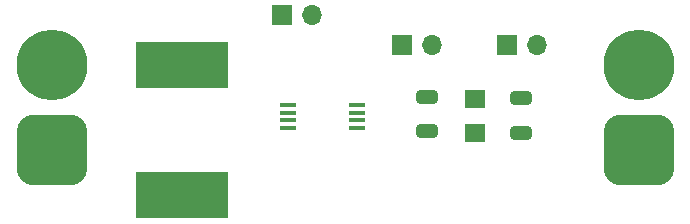
<source format=gts>
%TF.GenerationSoftware,KiCad,Pcbnew,7.0.2*%
%TF.CreationDate,2023-08-24T13:31:51-07:00*%
%TF.ProjectId,Current Sense Standalone,43757272-656e-4742-9053-656e73652053,rev?*%
%TF.SameCoordinates,Original*%
%TF.FileFunction,Soldermask,Top*%
%TF.FilePolarity,Negative*%
%FSLAX46Y46*%
G04 Gerber Fmt 4.6, Leading zero omitted, Abs format (unit mm)*
G04 Created by KiCad (PCBNEW 7.0.2) date 2023-08-24 13:31:51*
%MOMM*%
%LPD*%
G01*
G04 APERTURE LIST*
G04 Aperture macros list*
%AMRoundRect*
0 Rectangle with rounded corners*
0 $1 Rounding radius*
0 $2 $3 $4 $5 $6 $7 $8 $9 X,Y pos of 4 corners*
0 Add a 4 corners polygon primitive as box body*
4,1,4,$2,$3,$4,$5,$6,$7,$8,$9,$2,$3,0*
0 Add four circle primitives for the rounded corners*
1,1,$1+$1,$2,$3*
1,1,$1+$1,$4,$5*
1,1,$1+$1,$6,$7*
1,1,$1+$1,$8,$9*
0 Add four rect primitives between the rounded corners*
20,1,$1+$1,$2,$3,$4,$5,0*
20,1,$1+$1,$4,$5,$6,$7,0*
20,1,$1+$1,$6,$7,$8,$9,0*
20,1,$1+$1,$8,$9,$2,$3,0*%
G04 Aperture macros list end*
%ADD10C,6.000000*%
%ADD11RoundRect,1.500000X1.500000X-1.500000X1.500000X1.500000X-1.500000X1.500000X-1.500000X-1.500000X0*%
%ADD12RoundRect,0.250000X-0.650000X0.325000X-0.650000X-0.325000X0.650000X-0.325000X0.650000X0.325000X0*%
%ADD13R,1.800000X1.600000*%
%ADD14R,7.800000X4.000000*%
%ADD15O,1.700000X1.700000*%
%ADD16R,1.700000X1.700000*%
%ADD17R,1.473200X0.355600*%
G04 APERTURE END LIST*
D10*
X68344045Y-22010000D03*
D11*
X68344045Y-29210000D03*
D12*
X50411329Y-27633866D03*
X50411329Y-24683866D03*
D13*
X54453375Y-27729624D03*
X54453375Y-24929624D03*
D14*
X29629273Y-22018011D03*
X29629273Y-33018011D03*
D12*
X58363078Y-27724784D03*
X58363078Y-24774784D03*
D15*
X50800000Y-20320000D03*
D16*
X48260000Y-20320000D03*
D15*
X40640000Y-17780000D03*
D16*
X38100000Y-17780000D03*
D17*
X44450000Y-25400000D03*
X44450000Y-26049998D03*
X44450000Y-26700000D03*
X44450000Y-27349998D03*
X38608000Y-27349998D03*
X38608000Y-26700000D03*
X38608000Y-26049998D03*
X38608000Y-25400000D03*
D10*
X18650936Y-22010000D03*
D11*
X18650936Y-29210000D03*
D15*
X59690000Y-20320000D03*
D16*
X57150000Y-20320000D03*
M02*

</source>
